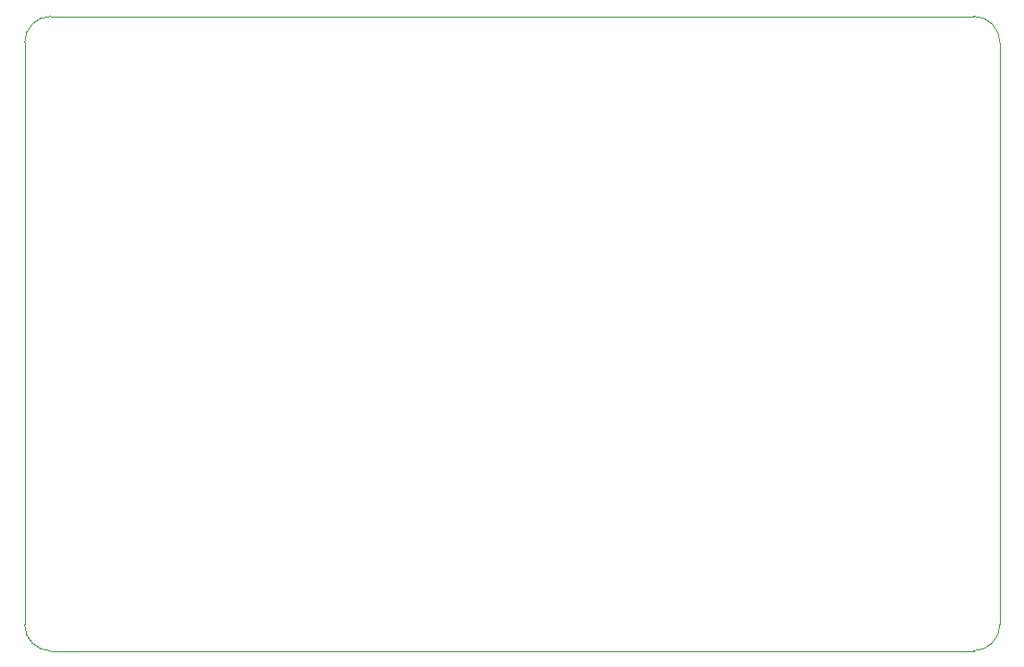
<source format=gbr>
G04 #@! TF.GenerationSoftware,KiCad,Pcbnew,(5.1.2-1)-1*
G04 #@! TF.CreationDate,2019-07-12T16:43:51-07:00*
G04 #@! TF.ProjectId,wavegenerator_v1,77617665-6765-46e6-9572-61746f725f76,rev?*
G04 #@! TF.SameCoordinates,Original*
G04 #@! TF.FileFunction,Profile,NP*
%FSLAX46Y46*%
G04 Gerber Fmt 4.6, Leading zero omitted, Abs format (unit mm)*
G04 Created by KiCad (PCBNEW (5.1.2-1)-1) date 2019-07-12 16:43:51*
%MOMM*%
%LPD*%
G04 APERTURE LIST*
%ADD10C,0.050000*%
G04 APERTURE END LIST*
D10*
X132200000Y-42000000D02*
G75*
G02X134600000Y-44400000I0J-2400000D01*
G01*
X134600000Y-97600000D02*
G75*
G02X132200000Y-100000000I-2400000J0D01*
G01*
X47900000Y-100000000D02*
G75*
G02X45500000Y-97600000I0J2400000D01*
G01*
X47900000Y-42000000D02*
G75*
G03X45500000Y-44400000I0J-2400000D01*
G01*
X134600000Y-44400000D02*
X134600000Y-97600000D01*
X47900000Y-100000000D02*
X132200000Y-100000000D01*
X45500000Y-44400000D02*
X45500000Y-97600000D01*
X132200000Y-42000000D02*
X47900000Y-42000000D01*
M02*

</source>
